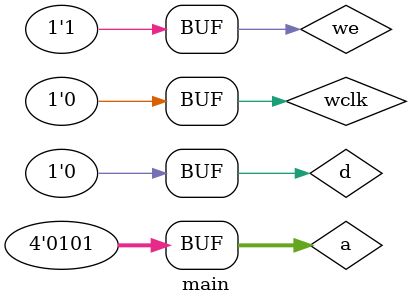
<source format=v>
/*
 * Copyright (c) 1999 Stephen Williams (steve@icarus.com)
 *
 *    This source code is free software; you can redistribute it
 *    and/or modify it in source code form under the terms of the GNU
 *    General Public License as published by the Free Software
 *    Foundation; either version 2 of the License, or (at your option)
 *    any later version.
 *
 *    This program is distributed in the hope that it will be useful,
 *    but WITHOUT ANY WARRANTY; without even the implied warranty of
 *    MERCHANTABILITY or FITNESS FOR A PARTICULAR PURPOSE.  See the
 *    GNU General Public License for more details.
 *
 *    You should have received a copy of the GNU General Public License
 *    along with this program; if not, write to the Free Software
 *    Foundation, Inc., 59 Temple Place - Suite 330, Boston, MA 02111-1307, USA
 */

// This example describes a 16x1 RAM that can be synthesized into
// a CLB ram in a Xilinx FPGA.

module ram16x1 (q, d, a, we, wclk);
   output q;
   input d;
   input [3:0] a;
   input we;
   input wclk;

   reg mem[15:0];
   
   assign q = mem[a];
   always @(posedge wclk) if (we) mem[a] = d;

endmodule /* ram16x1 */

module main;
   wire q;
   reg d;
   reg [3:0] a;
   reg we, wclk;
    
   ram16x1 r1 (q, d, a, we, wclk);

   initial begin
      $monitor("q = %b", q);
      d = 0;
      wclk = 0;
      a = 5;
      we = 1;
      #1 wclk = 1;
      #1 wclk = 0;
   end
endmodule /* main */

</source>
